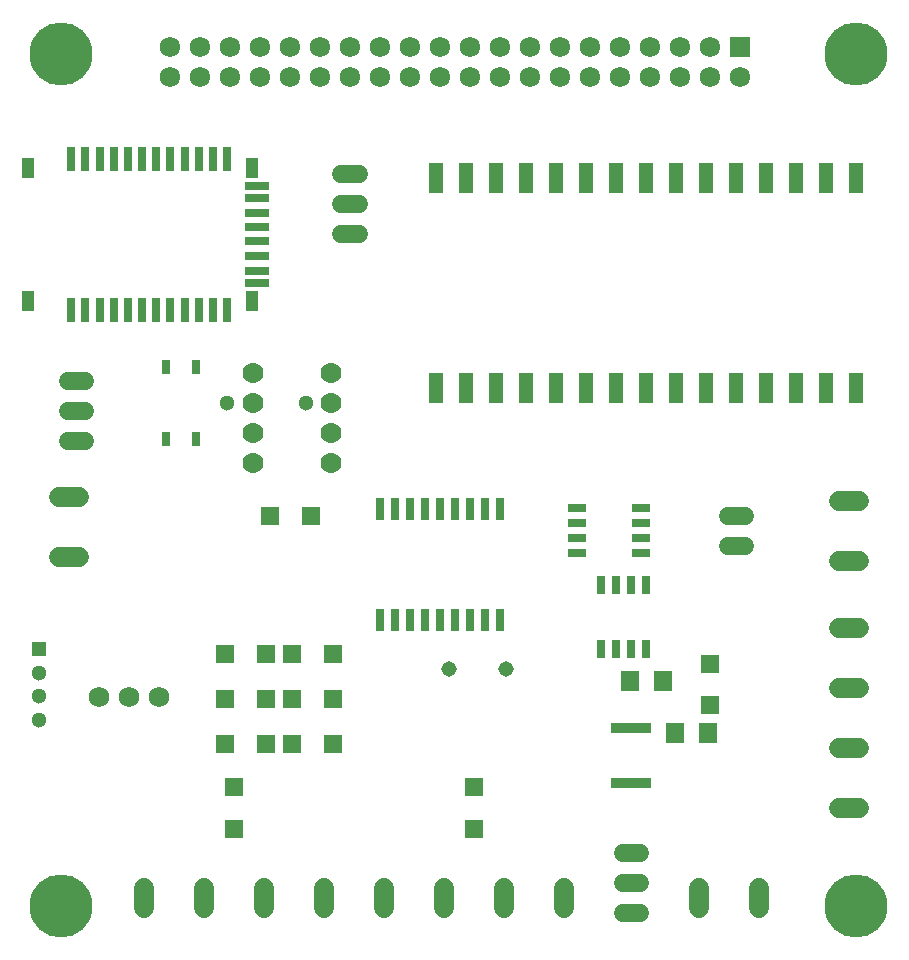
<source format=gbr>
G04 EAGLE Gerber RS-274X export*
G75*
%MOMM*%
%FSLAX34Y34*%
%LPD*%
%INSoldermask Top*%
%IPPOS*%
%AMOC8*
5,1,8,0,0,1.08239X$1,22.5*%
G01*
%ADD10C,1.693800*%
%ADD11R,1.500000X1.500000*%
%ADD12R,1.270000X2.540000*%
%ADD13R,3.430000X0.890000*%
%ADD14C,1.770000*%
%ADD15C,1.300000*%
%ADD16C,5.334000*%
%ADD17R,0.800000X2.000000*%
%ADD18R,2.000000X0.800000*%
%ADD19R,1.000000X1.800000*%
%ADD20R,0.650000X1.850000*%
%ADD21R,1.528000X0.650000*%
%ADD22R,0.650000X1.528000*%
%ADD23C,1.516000*%
%ADD24R,1.725000X1.725000*%
%ADD25C,1.725000*%
%ADD26R,0.800000X1.200000*%
%ADD27R,1.300000X1.300000*%
%ADD28C,1.750000*%
%ADD29C,1.312800*%
%ADD30R,1.600000X1.803000*%


D10*
X212725Y236006D02*
X212725Y252944D01*
X263525Y252944D02*
X263525Y236006D01*
D11*
X236500Y374650D03*
X271500Y374650D03*
D10*
X699556Y422275D02*
X716494Y422275D01*
X716494Y473075D02*
X699556Y473075D01*
X415925Y252944D02*
X415925Y236006D01*
X466725Y236006D02*
X466725Y252944D01*
D12*
X358775Y676275D03*
X384175Y676275D03*
X409575Y676275D03*
X434975Y676275D03*
X460375Y676275D03*
X485775Y676275D03*
X511175Y676275D03*
X536575Y676275D03*
X561975Y676275D03*
X587375Y676275D03*
X612775Y676275D03*
X638175Y676275D03*
X663575Y676275D03*
X688975Y676275D03*
X714375Y676275D03*
X714375Y854075D03*
X688975Y854075D03*
X663575Y854075D03*
X638175Y854075D03*
X612775Y854075D03*
X587375Y854075D03*
X561975Y854075D03*
X536575Y854075D03*
X511175Y854075D03*
X485775Y854075D03*
X460375Y854075D03*
X434975Y854075D03*
X409575Y854075D03*
X384175Y854075D03*
X358775Y854075D03*
D10*
X581025Y252944D02*
X581025Y236006D01*
X631825Y236006D02*
X631825Y252944D01*
D11*
X590550Y442950D03*
X590550Y407950D03*
X214350Y374650D03*
X179350Y374650D03*
X214350Y412750D03*
X179350Y412750D03*
D10*
X699556Y530225D02*
X716494Y530225D01*
X716494Y581025D02*
X699556Y581025D01*
D13*
X523875Y388375D03*
X523875Y341875D03*
D14*
X203200Y689150D03*
X203200Y663750D03*
X203200Y638350D03*
X203200Y612950D03*
D15*
X181600Y663750D03*
D14*
X269875Y689150D03*
X269875Y663750D03*
X269875Y638350D03*
X269875Y612950D03*
D15*
X248275Y663750D03*
D16*
X41275Y238125D03*
X41275Y958850D03*
X714375Y238125D03*
X714375Y958850D03*
D17*
X49550Y742450D03*
X61550Y742450D03*
X73550Y742450D03*
X85550Y742450D03*
X97550Y742450D03*
X109550Y742450D03*
X121550Y742450D03*
X133550Y742450D03*
X145550Y742450D03*
X157550Y742450D03*
X169550Y742450D03*
X181550Y742450D03*
X181550Y870450D03*
X169550Y870450D03*
X157550Y870450D03*
X145550Y870450D03*
X133550Y870450D03*
X121550Y870450D03*
X109550Y870450D03*
X97550Y870450D03*
X85550Y870450D03*
X73550Y870450D03*
X61550Y870450D03*
X49550Y870450D03*
D18*
X206550Y837450D03*
X206550Y775450D03*
X206550Y847450D03*
X206550Y824450D03*
X206550Y812450D03*
X206550Y800450D03*
X206550Y788450D03*
X206550Y765450D03*
D19*
X202550Y750450D03*
X12550Y750450D03*
X202550Y862450D03*
X12550Y862450D03*
D20*
X311150Y480300D03*
X323850Y480300D03*
X336550Y480300D03*
X349250Y480300D03*
X361950Y480300D03*
X374650Y480300D03*
X387350Y480300D03*
X400050Y480300D03*
X412750Y480300D03*
X412750Y573800D03*
X400050Y573800D03*
X387350Y573800D03*
X374650Y573800D03*
X361950Y573800D03*
X349250Y573800D03*
X336550Y573800D03*
X323850Y573800D03*
X311150Y573800D03*
D21*
X477715Y574675D03*
X477715Y561975D03*
X477715Y549275D03*
X477715Y536575D03*
X531935Y536575D03*
X531935Y549275D03*
X531935Y561975D03*
X531935Y574675D03*
D22*
X536575Y509710D03*
X523875Y509710D03*
X511175Y509710D03*
X498475Y509710D03*
X498475Y455490D03*
X511175Y455490D03*
X523875Y455490D03*
X536575Y455490D03*
D11*
X390525Y303175D03*
X390525Y338175D03*
D10*
X314325Y252944D02*
X314325Y236006D01*
X365125Y236006D02*
X365125Y252944D01*
D23*
X293330Y857250D02*
X278170Y857250D01*
X278170Y831850D02*
X293330Y831850D01*
X293330Y806450D02*
X278170Y806450D01*
D24*
X615950Y965200D03*
D25*
X615950Y939800D03*
X590550Y965200D03*
X590550Y939800D03*
X565150Y965200D03*
X565150Y939800D03*
X539750Y965200D03*
X539750Y939800D03*
X514350Y965200D03*
X514350Y939800D03*
X488950Y965200D03*
X488950Y939800D03*
X463550Y965200D03*
X463550Y939800D03*
X438150Y965200D03*
X438150Y939800D03*
X412750Y965200D03*
X412750Y939800D03*
X387350Y965200D03*
X387350Y939800D03*
X361950Y965200D03*
X361950Y939800D03*
X336550Y965200D03*
X336550Y939800D03*
X311150Y965200D03*
X311150Y939800D03*
X285750Y965200D03*
X285750Y939800D03*
X260350Y965200D03*
X260350Y939800D03*
X234950Y965200D03*
X234950Y939800D03*
X209550Y965200D03*
X209550Y939800D03*
X184150Y965200D03*
X184150Y939800D03*
X158750Y965200D03*
X158750Y939800D03*
X133350Y965200D03*
X133350Y939800D03*
D26*
X155575Y694325D03*
X130175Y694325D03*
X130175Y632825D03*
X155575Y632825D03*
D10*
X111125Y252944D02*
X111125Y236006D01*
X161925Y236006D02*
X161925Y252944D01*
D27*
X22225Y455450D03*
D15*
X22225Y435450D03*
X22225Y415450D03*
X22225Y395450D03*
D11*
X187325Y303175D03*
X187325Y338175D03*
X214350Y450850D03*
X179350Y450850D03*
X236500Y450850D03*
X271500Y450850D03*
D28*
X123475Y414975D03*
X98075Y414975D03*
X72675Y414975D03*
D29*
X417830Y438150D03*
X369570Y438150D03*
D30*
X550795Y428625D03*
X522355Y428625D03*
X560455Y384175D03*
X588895Y384175D03*
D11*
X236500Y412750D03*
X271500Y412750D03*
D23*
X61555Y631825D02*
X46395Y631825D01*
X46395Y657225D02*
X61555Y657225D01*
X61555Y682625D02*
X46395Y682625D01*
D10*
X699556Y320675D02*
X716494Y320675D01*
X716494Y371475D02*
X699556Y371475D01*
D11*
X252450Y568325D03*
X217450Y568325D03*
D23*
X605195Y542925D02*
X620355Y542925D01*
X620355Y568325D02*
X605195Y568325D01*
X531455Y231775D02*
X516295Y231775D01*
X516295Y257175D02*
X531455Y257175D01*
X531455Y282575D02*
X516295Y282575D01*
D10*
X56094Y584200D02*
X39156Y584200D01*
X39156Y533400D02*
X56094Y533400D01*
M02*

</source>
